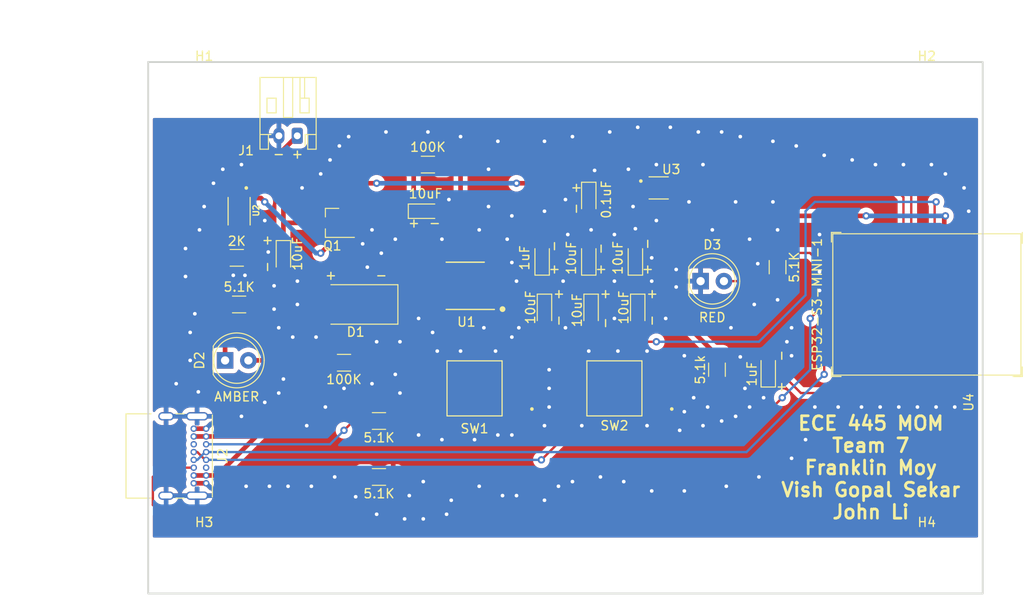
<source format=kicad_pcb>
(kicad_pcb (version 20211014) (generator pcbnew)
  (layers (0 "F.Cu" signal) (31 "B.Cu" signal) (34 "B.Paste" user) (35 "F.Paste" user) (36 "B.SilkS" user "B.Silkscreen") (37 "F.SilkS" user "F.Silkscreen") (38 "B.Mask" user) (39 "F.Mask" user) (44 "Edge.Cuts" user))
  (net 0 "")
  (net 1 "Net-(C1-Pad1)")
  (net 2 "GND")
  (net 3 "+3.3V")
  (net 4 "+BATT")
  (net 5 "/RESET")
  (net 6 "VBUS")
  (net 7 "Net-(D2-Pad1)")
  (net 8 "Net-(D3-Pad2)")
  (net 9 "Net-(J2-PadA5)")
  (net 10 "/USB_D+")
  (net 11 "/USB_D-")
  (net 13 "Net-(J2-PadB5)")
  (net 15 "Net-(R2-Pad2)")
  (net 16 "Net-(R5-Pad1)")
  (net 17 "Net-(R6-Pad1)")
  (net 18 "/GPIO13")
  (net 19 "/BOOT")
  (net 29 "/SCL")
  (net 30 "/SDA")
  (footprint "Resistor_SMD:R_1206_3216Metric_Pad1.30x1.75mm_HandSolder" (layer "F.Cu") (at 91.44 67.31)
    (fp_text reference "R1" hide)
    (fp_text value "100K")
  )
  (footprint "Capacitor_Tantalum_SMD:CP_EIA-2012-12_Kemet-R_Pad1.30x1.05mm_HandSolder" (layer "F.Cu") (at 123.19 55.88 90)
    (fp_text reference "C7" hide)
    (fp_text value "10uF")
  )
  (footprint "SMBF:D_SMBF_Handsoldering" (layer "F.Cu") (at 92.71 60.96 180)
    (fp_text reference "D1")
    (fp_text value "5A/40V/550mV")
  )
  (footprint "Package_TO_SOT_SMD:SOT-23_Handsoldering" (layer "F.Cu") (at 90.17 52.07 180)
    (fp_text reference "Q1")
    (fp_text value "DMP2045U")
  )
  (footprint "Resistor_SMD:R_1206_3216Metric_Pad1.30x1.75mm_HandSolder" (layer "F.Cu") (at 100.584 45.72)
    (fp_text reference "R2" hide)
    (fp_text value "100K")
  )
  (footprint "Resistor_SMD:R_1206_3216Metric_Pad1.30x1.75mm_HandSolder" (layer "F.Cu") (at 95.25 79.756)
    (fp_text reference "R4" hide)
    (fp_text value "5.1K")
  )
  (footprint "Resistor_SMD:R_1206_3216Metric_Pad1.30x1.75mm_HandSolder" (layer "F.Cu") (at 95.25 73.66)
    (fp_text reference "R3" hide)
    (fp_text value "5.1K")
  )
  (footprint "MAX17048G+T10:SON50P200X200X80-9N" (layer "F.Cu") (at 125.73 48.26)
    (fp_text reference "U3")
    (fp_text value "MAX17048G+T10")
  )
  (footprint "ESP32:ESP32-S3-MINI-1" (layer "F.Cu") (at 152.4 60.96 -90)
    (fp_text reference "U4")
    (fp_text value "ESP32-S3-MINI-1")
  )
  (footprint "Capacitor_Tantalum_SMD:CP_EIA-2012-12_Kemet-R_Pad1.30x1.05mm_HandSolder" (layer "F.Cu") (at 118.364 61.722 -90)
    (fp_text reference "C3" hide)
    (fp_text value "10uF")
  )
  (footprint "Resistor_SMD:R_1206_3216Metric_Pad1.30x1.75mm_HandSolder" (layer "F.Cu") (at 138.684 56.896 90)
    (fp_text reference "R7" hide)
    (fp_text value "5.1K")
  )
  (footprint "Connector_JST:JST_PH_S2B-PH-K_1x02_P2.00mm_Horizontal" (layer "F.Cu") (at 86.344 42.582 180)
    (fp_text reference "J1")
    (fp_text value "JST-PH")
  )
  (footprint "MountingHole:MountingHole_3.2mm_M3" (layer "F.Cu") (at 76.2 88.9)
    (fp_text reference "H3")
    (fp_text value "MountingHole")
  )
  (footprint "Resistor_SMD:R_1206_3216Metric_Pad1.30x1.75mm_HandSolder" (layer "F.Cu") (at 80.01 60.96)
    (fp_text reference "R5" hide)
    (fp_text value "5.1K")
  )
  (footprint "Connector_USB:USB_C_Receptacle_GCT_USB4085" (layer "F.Cu") (at 76.415 74.495 -90)
    (fp_text reference "J2")
    (fp_text value "USB_C_Receptacle_USB2.0")
  )
  (footprint "Push_Button:SW_TS04-66-65-BK-160-SMT" (layer "F.Cu") (at 120.904 70.104 180)
    (fp_text reference "SW2")
    (fp_text value "SW_Push")
  )
  (footprint "Capacitor_Tantalum_SMD:CP_EIA-2012-12_Kemet-R_Pad1.30x1.05mm_HandSolder" (layer "F.Cu") (at 113.03 55.88 90)
    (fp_text reference "C8" hide)
    (fp_text value "1uF")
  )
  (footprint "AP2112M:Diodes_SO-8" (layer "F.Cu") (at 104.648 58.928 180)
    (fp_text reference "U1")
    (fp_text value "AP2112M-3.3")
  )
  (footprint "MountingHole:MountingHole_3.2mm_M3" (layer "F.Cu") (at 154.94 38.1)
    (fp_text reference "H2")
    (fp_text value "MountingHole")
  )
  (footprint "Capacitor_Tantalum_SMD:CP_EIA-2012-12_Kemet-R_Pad1.30x1.05mm_HandSolder" (layer "F.Cu") (at 118.11 55.88 90)
    (fp_text reference "C6" hide)
    (fp_text value "10uF")
  )
  (footprint "MCP73831-MC:SON50P200X300X100-9N" (layer "F.Cu") (at 80.01 50.8 -90)
    (fp_text reference "U2")
    (fp_text value "MCP73831")
  )
  (footprint "Resistor_SMD:R_1206_3216Metric_Pad1.30x1.75mm_HandSolder" (layer "F.Cu") (at 79.756 55.88 180)
    (fp_text reference "R6" hide)
    (fp_text value "2K")
  )
  (footprint "MountingHole:MountingHole_3.2mm_M3" (layer "F.Cu") (at 76.2 38.1)
    (fp_text reference "H1")
    (fp_text value "MountingHole")
  )
  (footprint "Resistor_SMD:R_1206_3216Metric_Pad1.30x1.75mm_HandSolder" (layer "F.Cu") (at 132.08 68.072 -90)
    (fp_text reference "R8" hide)
    (fp_text value "5.1k")
  )
  (footprint "Capacitor_Tantalum_SMD:CP_EIA-2012-12_Kemet-R_Pad1.30x1.05mm_HandSolder" (layer "F.Cu") (at 84.836 55.88 -90)
    (fp_text reference "C10" hide)
    (fp_text value "10uF")
  )
  (footprint "MountingHole:MountingHole_3.2mm_M3" (layer "F.Cu") (at 154.94 88.9)
    (fp_text reference "H4")
    (fp_text value "MountingHole")
  )
  (footprint "Push_Button:SW_TS04-66-65-BK-160-SMT" (layer "F.Cu") (at 105.664 70.104 180)
    (fp_text reference "SW1")
    (fp_text value "SW_Push")
  )
  (footprint "Capacitor_Tantalum_SMD:CP_EIA-2012-12_Kemet-R_Pad1.30x1.05mm_HandSolder" (layer "F.Cu") (at 137.668 68.072 90)
    (fp_text reference "C9" hide)
    (fp_text value "1uF")
  )
  (footprint "LED_THT:LED_D5.0mm" (layer "F.Cu") (at 78.481 67.056)
    (fp_text reference "D2")
    (fp_text value "AMBER")
  )
  (footprint "Capacitor_Tantalum_SMD:CP_EIA-2012-12_Kemet-R_Pad1.30x1.05mm_HandSolder" (layer "F.Cu") (at 100.33 50.8)
    (fp_text reference "C1" hide)
    (fp_text value "10uF")
  )
  (footprint "Capacitor_Tantalum_SMD:CP_EIA-2012-12_Kemet-R_Pad1.30x1.05mm_HandSolder" (layer "F.Cu") (at 113.284 61.722 -90)
    (fp_text reference "C4" hide)
    (fp_text value "10uF")
  )
  (footprint "LED_THT:LED_D5.0mm" (layer "F.Cu") (at 130.297 58.42)
    (fp_text reference "D3")
    (fp_text value "RED")
  )
  (footprint "Capacitor_Tantalum_SMD:CP_EIA-2012-12_Kemet-R_Pad1.30x1.05mm_HandSolder" (layer "F.Cu") (at 118.11 49.53 -90)
    (fp_text reference "C5" hide)
    (fp_text value "0.1uF")
  )
  (footprint "Capacitor_Tantalum_SMD:CP_EIA-2012-12_Kemet-R_Pad1.30x1.05mm_HandSolder" (layer "F.Cu") (at 123.444 61.722 -90)
    (fp_text reference "C2" hide)
    (fp_text value "10uF")
  )
  (gr_rect (start 70.104 34.544) (end 161.036 92.456) (layer "Edge.Cuts") (width 0.2) (fill none))
  (gr_text "ECE 445 MOM\nTeam 7\nFranklin Moy\nVish Gopal Sekar\nJohn Li" (at 148.844 78.74) (layer "F.SilkS") (effects (font (size 1.5 1.5) (thickness 0.3))))
  (segment (start 99.035 51.12) (end 99.355 50.8) (width 0.508) (layer "F.Cu") (net 1))
  (segment (start 95.41 60.96) (end 99.568 60.96) (width 0.508) (layer "F.Cu") (net 1))
  (segment (start 99.568 51.013) (end 99.568 60.96) (width 0.508) (layer "F.Cu") (net 1))
  (segment (start 91.67 51.12) (end 99.035 51.12) (width 0.508) (layer "F.Cu") (net 1))
  (segment (start 99.034 50.479) (end 99.355 50.8) (width 0.508) (layer "F.Cu") (net 1))
  (segment (start 99.034 45.72) (end 99.034 50.479) (width 0.508) (layer "F.Cu") (net 1))
  (segment (start 99.568 60.96) (end 102.0235 60.96) (width 0.508) (layer "F.Cu") (net 1))
  (segment (start 125.234 49.01) (end 125.73 48.514) (width 0.254) (layer "F.Cu") (net 2))
  (segment (start 125.217703 47.51) (end 124.745 47.51) (width 0.254) (layer "F.Cu") (net 2))
  (segment (start 124.745 47.51) (end 124.745 46.451) (width 0.254) (layer "F.Cu") (net 2))
  (segment (start 124.745 46.451) (end 125.476 45.72) (width 0.254) (layer "F.Cu") (net 2))
  (segment (start 75.065 74.495) (end 76.415 74.495) (width 0.508) (layer "F.Cu") (net 2))
  (segment (start 125.73 48.022297) (end 125.217703 47.51) (width 0.254) (layer "F.Cu") (net 2))
  (segment (start 79.76 52.235) (end 79.76 51.05) (width 0.254) (layer "F.Cu") (net 2))
  (segment (start 124.745 49.01) (end 125.234 49.01) (width 0.254) (layer "F.Cu") (net 2))
  (segment (start 75.065 80.445) (end 76.415 80.445) (width 0.508) (layer "F.Cu") (net 2))
  (segment (start 126.715 48.51) (end 125.98 48.51) (width 0.254) (layer "F.Cu") (net 2))
  (via (at 116.332 42.672) (size 0.8) (drill 0.4) (layers "F.Cu" "B.Cu") (net 2))
  (via (at 91.948 42.672) (size 0.8) (drill 0.4) (layers "F.Cu" "B.Cu") (net 2))
  (via (at 138.176 43.18) (size 0.8) (drill 0.4) (layers "F.Cu" "B.Cu") (net 2))
  (via (at 149.352 45.72) (size 0.8) (drill 0.4) (layers "F.Cu" "B.Cu") (net 2))
  (via (at 102.616 83.82) (size 0.8) (drill 0.4) (layers "F.Cu" "B.Cu") (net 2))
  (via (at 75.565 70.485) (size 0.8) (drill 0.4) (layers "F.Cu" "B.Cu") (net 2))
  (via (at 133.096 80.772) (size 0.8) (drill 0.4) (layers "F.Cu" "B.Cu") (net 2))
  (via (at 136.525 56.515) (size 0.8) (drill 0.4) (layers "F.Cu" "B.Cu") (net 2))
  (via (at 136.652 79.756) (size 0.8) (drill 0.4) (layers "F.Cu" "B.Cu") (net 2))
  (via (at 87.376 74.168) (size 0.8) (drill 0.4) (layers "F.Cu" "B.Cu") (net 2))
  (via (at 85.344 80.772) (size 0.8) (drill 0.4) (layers "F.Cu" "B.Cu") (net 2))
  (via (at 118.745 46.355) (size 0.8) (drill 0.4) (layers "F.Cu" "B.Cu") (net 2))
  (via (at 100.584 42.164) (size 0.8) (drill 0.4) (layers "F.Cu" "B.Cu") (net 2))
  (via (at 87.884 80.772) (size 0.8) (drill 0.4) (layers "F.Cu" "B.Cu") (net 2))
  (via (at 109.22 53.848) (size 0.8) (drill 0.4) (layers "F.Cu" "B.Cu") (net 2))
  (via (at 125.476 51.816) (size 0.8) (drill 0.4) (layers "F.Cu" "B.Cu") (net 2))
  (via (at 95.504 55.372) (size 0.8) (drill 0.4) (layers "F.Cu" "B.Cu") (net 2))
  (via (at 157.988 72.136) (size 0.8) (drill 0.4) (layers "F.Cu" "B.Cu") (net 2))
  (via (at 135.128 70.104) (size 0.8) (drill 0.4) (layers "F.Cu" "B.Cu") (net 2))
  (via (at 104.14 66.04) (size 0.8) (drill 0.4) (layers "F.Cu" "B.Cu") (net 2))
  (via (at 110.236 58.42) (size 0.8) (drill 0.4) (layers "F.Cu" "B.Cu") (net 2))
  (via (at 115.316 58.42) (size 0.8) (drill 0.4) (layers "F.Cu" "B.Cu") (net 2))
  (via (at 134.112 73.152) (size 0.8) (drill 0.4) (layers "F.Cu" "B.Cu") (net 2))
  (via (at 80.772 80.772) (size 0.8) (drill 0.4) (layers "F.Cu" "B.Cu") (net 2))
  (via (at 108.712 81.788) (size 0.8) (drill 0.4) (layers "F.Cu" "B.Cu") (net 2))
  (via (at 124.968 58.42) (size 0.8) (drill 0.4) (layers "F.Cu" "B.Cu") (net 2))
  (via (at 97.028 53.848) (size 0.8) (drill 0.4) (layers "F.Cu" "B.Cu") (net 2))
  (via (at 89.408 72.136) (size 0.8) (drill 0.4) (layers "F.Cu" "B.Cu") (net 2))
  (via (at 152.4 45.72) (size 0.8) (drill 0.4) (layers "F.Cu" "B.Cu") (net 2))
  (via (at 133.604 63.5) (size 0.8) (drill 0.4) (layers "F.Cu" "B.Cu") (net 2))
  (via (at 145.288 72.136) (size 0.8) (drill 0.4) (layers "F.Cu" "B.Cu") (net 2))
  (via (at 159.004 48.26) (size 0.8) (drill 0.4) (layers "F.Cu" "B.Cu") (net 2))
  (via (at 140.208 63.5) (size 0.8) (drill 0.4) (layers "F.Cu" "B.Cu") (net 2))
  (via (at 137.16 71.12) (size 0.8) (drill 0.4) (layers "F.Cu" "B.Cu") (net 2))
  (via (at 149.86 72.136) (size 0.8) (drill 0.4) (layers "F.Cu" "B.Cu") (net 2))
  (via (at 115.57 63.5) (size 0.8) (drill 0.4) (layers "F.Cu" "B.Cu") (net 2))
  (via (at 102.87 49.53) (size 0.8) (drill 0.4) (layers "F.Cu" "B.Cu") (net 2))
  (via (at 140.208 77.724) (size 0.8) (drill 0.4) (layers "F.Cu" "B.Cu") (net 2))
  (via (at 74.676 64.008) (size 0.8) (drill 0.4) (layers "F.Cu" "B.Cu") (net 2))
  (via (at 94.996 83.82) (size 0.8) (drill 0.4) (layers "F.Cu" "B.Cu") (net 2))
  (via (at 135.636 72.136) (size 0.8) (drill 0.4) (layers "F.Cu" "B.Cu") (net 2))
  (via (at 102.108 75.692) (size 0.8) (drill 0.4) (layers "F.Cu" "B.Cu") (net 2))
  (via (at 83.185 55.245) (size 0.8) (drill 0.4) (layers "F.Cu" "B.Cu") (net 2))
  (via (at 98.044 84.328) (size 0.8) (drill 0.4) (layers "F.Cu" "B.Cu") (net 2))
  (via (at 74.168 54.864) (size 0.8) (drill 0.4) (layers "F.Cu" "B.Cu") (net 2))
  (via (at 124.968 55.88) (size 0.8) (drill 0.4) (layers "F.Cu" "B.Cu") (net 2))
  (via (at 86.868 48.26) (size 0.8) (drill 0.4) (layers "F.Cu" "B.Cu") (net 2))
  (via (at 106.172 80.772) (size 0.8) (drill 0.4) (layers "F.Cu" "B.Cu") (net 2))
  (via (at 97.536 65.024) (size 0.8) (drill 0.4) (layers "F.Cu" "B.Cu") (net 2))
  (via (at 109.728 75.184) (size 0.8) (drill 0.4) (layers "F.Cu" "B.Cu") (net 2))
  (via (at 74.168 57.912) (size 0.8) (drill 0.4) (layers "F.Cu" "B.Cu") (net 2))
  (via (at 131.064 72.136) (size 0.8) (drill 0.4) (layers "F.Cu" "B.Cu") (net 2))
  (via (at 86.36 60.96) (size 0.8) (drill 0.4) (layers "F.Cu" "B.Cu") (net 2))
  (via (at 101.092 64.008) (size 0.8) (drill 0.4) (layers "F.Cu" "B.Cu") (net 2))
  (via (at 129.032 49.784) (size 0.8) (drill 0.4) (layers "F.Cu" "B.Cu") (net 2))
  (via (at 85.852 64.516) (size 0.8) (drill 0.4) (layers "F.Cu" "B.Cu") (net 2))
  (via (at 124.46 74.168) (size 0.8) (drill 0.4) (layers "F.Cu" "B.Cu") (net 2))
  (via (at 79.375 57.785) (size 0.8) (drill 0.4) (layers "F.Cu" "B.Cu") (net 2))
  (via (at 83.82 61.468) (size 0.8) (drill 0.4) (layers "F.Cu" "B.Cu") (net 2))
  (via (at 121.92 80.264) (size 0.8) (drill 0.4) (layers "F.Cu" "B.Cu") (net 2))
  (via (at 75.184 61.976) (size 0.8) (drill 0.4) (layers "F.Cu" "B.Cu") (net 2))
  (via (at 125.476 45.72) (size 0.8) (drill 0.4) (layers "F.Cu" "B.Cu") (net 2))
  (via (at 130.048 42.164) (size 0.8) (drill 0.4) (layers "F.Cu" "B.Cu") (net 2))
  (via (at 113.284 82.296) (size 0.8) (drill 0.4) (layers "F.Cu" "B.Cu") (net 2))
  (via (at 120.904 62.484) (size 0.8) (drill 0.4) (layers "F.Cu" "B.Cu") (net 2))
  (via (at 118.364 52.832) (size 0.8) (drill 0.4) (layers "F.Cu" "B.Cu") (net 2))
  (via (at 94.488 69.596) (size 0.8) (drill 0.4) (layers "F.Cu" "B.Cu") (net 2))
  (via (at 99.568 75.184) (size 0.8) (drill 0.4) (layers "F.Cu" "B.Cu") (net 2))
  (via (at 113.792 70.104) (size 0.8) (drill 0.4) (layers "F.Cu" "B.Cu") (net 2))
  (via (at 138.684 60.452) (size 0.8) (drill 0.4) (layers "F.Cu" "B.Cu") (net 2))
  (via (at 113.792 72.136) (size 0.8) (drill 0.4) (layers "F.Cu" "B.Cu") (net 2))
  (via (at 83.312 80.772) (size 0.8) (drill 0.4) (layers "F.Cu" "B.Cu") (net 2))
  (via (at 115.57 49.53) (size 0.8) (drill 0.4) (layers "F.Cu" "B.Cu") (net 2))
  (via (at 143.256 53.34) (size 0.8) (drill 0.4) (layers "F.Cu" "B.Cu") (net 2))
  (via (at 109.728 64.516) (size 0.8) (drill 0.4) (layers "F.Cu" "B.Cu") (net 2))
  (via (at 155.448 45.72) (size 0.8) (drill 0.4) (layers "F.Cu" "B.Cu") (net 2))
  (via (at 99.568 62.484) (size 0.8) (drill 0.4) (layers "F.Cu" "B.Cu") (net 2))
  (via (at 127.635 59.055) (size 0.8) (drill 0.4) (layers "F.Cu" "B.Cu") (net 2))
  (via (at 127.635 57.15) (size 0.8) (drill 0.4) (layers "F.Cu" "B.Cu") (net 2))
  (via (at 136.144 60.96) (size 0.8) (drill 0.4) (layers "F.Cu" "B.Cu") (net 2))
  (via (at 104.14 42.672) (size 0.8) (drill 0.4) (layers "F.Cu" "B.Cu") (net 2))
  (via (at 106.172 52.832) (size 0.8) (drill 0.4) (layers "F.Cu" "B.Cu") (net 2))
  (via (at 138.684 52.832) (size 0.8) (drill 0.4) (layers "F.Cu" "B.Cu") (net 2))
  (via (at 143.764 44.704) (size 0.8) (drill 0.4) (layers "F.Cu" "B.Cu") (net 2))
  (via (at 80.264 73.152) (size 0.8) (drill 0.4) (layers "F.Cu" "B.Cu") (net 2))
  (via (at 90.424 79.756) (size 0.8) (drill 0.4) (layers "F.Cu" "B.Cu") (net 2))
  (via (at 128.524 72.644) (size 0.8) (drill 0.4) (layers "F.Cu" "B.Cu") (net 2))
  (via (at 86.36 58.42) (size 0.8) (drill 0.4) (layers "F.Cu" "B.Cu") (net 2))
  (via (at 119.38 79.756) (size 0.8) (drill 0.4) (layers "F.Cu" "B.Cu") (net 2))
  (via (at 108.204 75.184) (size 0.8) (drill 0.4) (layers "F.Cu" "B.Cu") (net 2))
  (via (at 109.728 56.388) (size 0.8) (drill 0.4) (layers "F.Cu" "B.Cu") (net 2))
  (via (at 156.972 46.736) (size 0.8) (drill 0.4) (layers "F.Cu" "B.Cu") (net 2))
  (via (at 127 41.656) (size 0.8) (drill 0.4) (layers "F.Cu" "B.Cu") (net 2))
  (via (at 97.028 68.58) (size 0.8) (drill 0.4) (layers "F.Cu" "B.Cu") (net 2))
  (via (at 75.692 52.832) (size 0.8) (drill 0.4) (layers "F.Cu" "B.Cu") (net 2))
  (via (at 92.71 81.915) (size 0.8) (drill 0.4) (layers "F.Cu" "B.Cu") (net 2))
  (via (at 134.112 49.784) (size 0.8) (drill 0.4) (layers "F.Cu" "B.Cu") (net 2))
  (via (at 113.284 43.18) (size 0.8) (drill 0.4) (layers "F.Cu" "B.Cu") (net 2))
  (via (at 84.328 70.612) (size 0.8) (drill 0.4) (layers "F.Cu" "B.Cu") (net 2))
  (via (at 124.968 81.28) (size 0.8) (drill 0.4) (layers "F.Cu" "B.Cu") (net 2))
  (via (at 88.9 46.736) (size 0.8) (drill 0.4) (layers "F.Cu" "B.Cu") (net 2))
  (via (at 134.62 66.675) (size 0.8) (drill 0.4) (layers "F.Cu" "B.Cu") (net 2))
  (via (at 120.396 42.164) (size 0.8) (drill 0.4) (layers "F.Cu" "B.Cu") (net 2))
  (via (at 82.804 51.816) (size 0.8) (drill 0.4) (layers "F.Cu" "B.Cu") (net 2))
  (via (at 110.236 81.788) (size 0.8) (drill 0.4) (layers "F.Cu" "B.Cu") (net 2))
  (via (at 117.348 74.168) (size 0.8) (drill 0.4) (layers "F.Cu" "B.Cu") (net 2))
  (via (at 126.492 62.484) (size 0.8) (drill 0.4) (layers "F.Cu" "B.Cu") (net 2))
  (via (at 100.076 80.264) (size 0.8) (drill 0.4) (layers "F.Cu" "B.Cu") (net 2))
  (via (at 107.188 46.228) (size 0.8) (drill 0.4) (layers "F.Cu" "B.Cu") (net 2))
  (via (at 84.328 63.5) (size 0.8) (drill 0.4) (layers "F.Cu" "B.Cu") (net 2))
  (via (at 140.716 43.688) (size 0.8) (drill 0.4) (layers "F.Cu" "B.Cu") (net 2))
  (via (at 76.2 50.292) (size 0.8) (drill 0.4) (layers "F.Cu" "B.Cu") (net 2))
  (via (at 80.264 45.72) (size 0.8) (drill 0.4) (layers "F.Cu" "B.Cu") (net 2))
  (via (at 139.7 65.024) (size 0.8) (drill 0.4) (layers "F.Cu" "B.Cu") (net 2))
  (via (at 93.472 54.356) (size 0.8) (drill 0.4) (layers "F.Cu" "B.Cu") (net 2))
  (via (at 115.824 53.34) (size 0.8) (drill 0.4) (layers "F.Cu" "B.Cu") (net 2))
  (via (at 78.232 46.228) (size 0.8) (drill 0.4) (layers "F.Cu" "B.Cu") (net 2))
  (via (at 107.188 50.292) (size 0.8) (drill 0.4) (layers "F.Cu" "B.Cu") (net 2))
  (via (at 113.792 68.072) (size 0.8) (drill 0.4) (layers "F.Cu" "B.Cu") (net 2))
  (via (at 124.46 66.04) (size 0.8) (drill 0.4) (layers "F.Cu" "B.Cu") (net 2))
  (via (at 120.904 53.34) (size 0.8) (drill 0.4) (layers "F.Cu" "B.Cu") (net 2))
  (via (at 89.916 45.212) (size 0.8) (drill 0.4) (layers "F.Cu" "B.Cu") (net 2))
  (via (at 96.012 42.164) (size 0.8) (drill 0.4) (layers "F.Cu" "B.Cu") (net 2))
  (via (at 83.82 58.928) (size 0.8) (drill 0.4) (layers "F.Cu" "B.Cu") (net 2))
  (via (at 113.284 50.8) (size 0.8) (drill 0.4) (layers "F.Cu" "B.Cu") (net 2))
  (via (at 130.556 74.168) (size 0.8) (drill 0.4) (layers "F.Cu" "B.Cu") (net 2))
  (via (at 91.44 70.104) (size 0.8) (drill 0.4) (layers "F.Cu" "B.Cu") (net 2))
  (via (at 151.892 72.136) (size 0.8) (drill 0.4) (layers "F.Cu" "B.Cu") (net 2))
  (via (at 143.256 57.404) (size 0.8) (drill 0.4) (layers "F.Cu" "B.Cu") (net 2))
  (via (at 74.676 67.056) (size 0.8) (drill 0.4) (layers "F.Cu" "B.Cu") (net 2))
  (via (at 140.208 66.548) (size 0.8) (drill 0.4) (layers "F.Cu" "B.Cu") (net 2))
  (via (at 147.828 72.136) (size 0.8) (drill 0.4) (layers "F.Cu" "B.Cu") (net 2))
  (via (at 100.076 84.328) (size 0.8) (drill 0.4) (layers "F.Cu" "B.Cu") (net 2))
  (via (at 129.54 71.12) (size 0.8) (drill 0.4) (layers "F.Cu" "B.Cu") (net 2))
  (via (at 131.572 52.832) (size 0.8) (drill 0.4) (layers "F.Cu" "B.Cu") (net 2))
  (via (at 121.285 66.04) (size 0.8) (drill 0.4) (layers "F.Cu" "B.Cu") (net 2))
  (via (at 155.956 72.136) (size 0.8) (drill 0.4) (layers "F.Cu" "B.Cu") (net 2))
  (via (at 135.636 53.848) (size 0.8) (drill 0.4) (layers "F.Cu" "B.Cu") (net 2))
  (via (at 97.536 70.612) (size 0.8) (drill 0.4) (layers "F.Cu" "B.Cu") (net 2))
  (via (at 132.588 42.164) (size 0.8) (drill 0.4) (layers "F.Cu" "B.Cu") (net 2))
  (via (at 128.016 74.676) (size 0.8) (drill 0.4) (layers "F.Cu" "B.Cu") (net 2))
  (via (at 123.444 41.656) (size 0.8) (drill 0.4) (layers "F.Cu" "B.Cu") (net 2))
  (via (at 109.728 51.308) (size 0.8) (drill 0.4) (layers "F.Cu" "B.Cu") (net 2))
  (via (at 128.524 66.548) (size 0.8) (drill 0.4) (layers "F.Cu" "B.Cu") (net 2))
  (via (at 116.332 80.264) (size 0.8) (drill 0.4) (layers "F.Cu" "B.Cu") (net 2))
  (via (at 77.216 47.752) (size 0.8) (drill 0.4) (layers "F.Cu" "B.Cu") (net 2))
  (via (at 130.556 45.72) (size 0.8) (drill 0.4) (layers "F.Cu" "B.Cu") (net 2))
  (via (at 134.62 42.672) (size 0.8) (drill 0.4) (layers "F.Cu" "B.Cu") (net 2))
  (via (at 98.552 81.788) (size 0.8) (drill 0.4) (layers "F.Cu" "B.Cu") (net 2))
  (via (at 114.808 80.772) (size 0.8) (drill 0.4) (layers "F.Cu" "B.Cu") (net 2))
  (via (at 94.488 52.832) (size 0.8) (drill 0.4) (layers "F.Cu" "B.Cu") (net 2))
  (via (at 122.428 46.228) (size 0.8) (drill 0.4) (layers "F.Cu" "B.Cu") (net 2))
  (via (at 82.804 71.628) (size 0.8) (drill 0.4) (layers "F.Cu" "B.Cu") (net 2))
  (via (at 94.996 65.024) (size 0.8) (drill 0.4) (layers "F.Cu" "B.Cu") (net 2))
  (via (at 132.588 73.66) (size 0.8) (drill 0.4) (layers "F.Cu" "B.Cu") (net 2))
  (via (at 141.732 75.692) (size 0.8) (drill 0.4) (layers "F.Cu" "B.Cu") (net 2))
  (via (at 138.176 49.784) (size 0.8) (drill 0.4) (layers "F.Cu" "B.Cu") (net 2))
  (via (at 113.284 74.168) (size 0.8) (drill 0.4) (layers "F.Cu" "B.Cu") (net 2))
  (via (at 73.152 69.596) (size 0.8) (drill 0.4) (layers "F.Cu" "B.Cu") (net 2))
  (via (at 84.836 69.088) (size 0.8) (drill 0.4) (layers "F.Cu" "B.Cu") (net 2))
  (via (at 128.524 81.28) (size 0.8) (drill 0.4) (layers "F.Cu" "B.Cu") (net 2))
  (via (at 107.95 66.04) (size 0.8) (drill 0.4) (layers "F.Cu" "B.Cu") (net 2))
  (via (at 146.812 45.212) (size 0.8) (drill 0.4) (layers "F.Cu" "B.Cu") (net 2))
  (via (at 108.204 43.18) (size 0.8) (drill 0.4) (layers "F.Cu" "B.Cu") (net 2))
  (via (at 101.6 66.04) (size 0.8) (drill 0.4) (layers "F.Cu" "B.Cu") (net 2))
  (via (at 159.512 50.8) (size 0.8) (drill 0.4) (layers "F.Cu" "B.Cu") (net 2))
  (via (at 103.124 82.296) (size 0.8) (drill 0.4) (layers "F.Cu" "B.Cu") (net 2))
  (via (at 122.936 50.292) (size 0.8) (drill 0.4) (layers "F.Cu" "B.Cu") (net 2))
  (via (at 153.924 72.136) (size 0.8) (drill 0.4) (layers "F.Cu" "B.Cu") (net 2))
  (via (at 102.108 53.848) (size 0.8) (drill 0.4) (layers "F.Cu" "B.Cu") (net 2))
  (via (at 93.98 56.896) (size 0.8) (drill 0.4) (layers "F.Cu" "B.Cu") (net 2))
  (via (at 105.664 75.692) (size 0.8) (drill 0.4) (layers "F.Cu" "B.Cu") (net 2))
  (via (at 90.932 43.688) (size 0.8) (drill 0.4) (layers "F.Cu" "B.Cu") (net 2))
  (via (at 120.904 58.42) (size 0.8) (drill 0.4) (layers "F.Cu" "B.Cu") (net 2))
  (via (at 80.645 57.785) (size 0.8) (drill 0.4) (layers "F.Cu" "B.Cu") (net 2))
  (via (at 106.68 63.5) (size 0.8) (drill 0.4) (layers "F.Cu" "B.Cu") (net 2))
  (via (at 142.748 72.136) (size 0.8) (drill 0.4) (layers "F.Cu" "B.Cu") (net 2))
  (via (at 88.392 64.516) (size 0.8) (drill 0.4) (layers "F.Cu" "B.Cu") (net 2))
  (via (at 143.256 59.436) (size 0.8) (drill 0.4) (layers "F.Cu" "B.Cu") (net 2))
  (via (at 110.49 63.5) (size 0.8) (drill 0.4) (layers "F.Cu" "B.Cu") (net 2))
  (via (at 118.11 66.04) (size 0.8) (drill 0.4) (layers "F.Cu" "B.Cu") (net 2))
  (via (at 123.19 52.705) (size 0.8) (drill 0.4) (layers "F.Cu" "B.Cu") (net 2))
  (segment (start 123.444 60.747) (end 123.444 57.109) (width 0.508) (layer "F.Cu") (net 3))
  (segment (start 126.305 55.051) (end 130.048 51.308) (width 0.508) (layer "F.Cu") (net 3))
  (segment (start 107.1455 60.833) (end 113.198 60.833) (width 0.508) (layer "F.Cu") (net 3))
  (segment (start 113.284 60.747) (end 113.284 57.109) (width 0.508) (layer "F.Cu") (net 3))
  (segment (start 123.444 60.747) (end 118.364 60.747) (width 0.508) (layer "F.Cu") (net 3))
  (segment (start 123.444 60.747) (end 126.305 60.747) (width 0.508) (layer "F.Cu") (net 3))
  (segment (start 126.305 60.747) (end 132.08 66.522) (width 0.508) (layer "F.Cu") (net 3))
  (segment (start 156.846 51.434) (end 156.846 53.848) (width 0.508) (layer "F.Cu") (net 3))
  (segment (start 156.972 51.308) (end 156.846 51.434) (width 0.508) (layer "F.Cu") (net 3))
  (segment (start 130.048 51.308) (end 148.336 51.308) (width 0.508) (layer "F.Cu") (net 3))
  (segment (start 118.364 60.747) (end 118.364 57.109) (width 0.508) (layer "F.Cu") (net 3))
  (segment (start 113.284 60.747) (end 118.364 60.747) (width 0.508) (layer "F.Cu") (net 3))
  (segment (start 126.305 60.747) (end 126.305 55.051) (width 0.508) (layer "F.Cu") (net 3))
  (via (at 156.972 51.308) (size 0.8) (drill 0.4) (layers "F.Cu" "B.Cu") (net 3))
  (via (at 148.336 51.308) (size 0.8) (drill 0.4) (layers "F.Cu" "B.Cu") (net 3))
  (segment (start 148.336 51.308) (end 156.972 51.308) (width 0.508) (layer "B.Cu") (net 3))
  (segment (start 79.26 49.365) (end 79.676 49.365) (width 0.508) (layer "F.Cu") (net 4))
  (segment (start 117.307 47.752) (end 118.11 48.555) (width 0.508) (layer "F.Cu") (net 4))
  (segment (start 84.836 51.816) (end 84.836 54.905) (width 0.508) (layer "F.Cu") (net 4))
  (segment (start 85.09 52.07) (end 84.836 51.816) (width 0.508) (layer "F.Cu") (net 4))
  (segment (start 88.67 50.014) (end 90.932 47.752) (width 0.508) (layer "F.Cu") (net 4))
  (segment (start 110.236 47.752) (end 117.307 47.752) (width 0.508) (layer "F.Cu") (net 4))
  (segment (start 118.655 48.01) (end 118.11 48.555) (width 0.254) (layer "F.Cu") (net 4))
  (segment (start 124.745 48.01) (end 118.655 48.01) (width 0.254) (layer "F.Cu") (net 4))
  (segment (start 88.67 52.07) (end 88.67 50.014) (width 0.508) (layer "F.Cu") (net 4))
  (segment (start 79.26 49.177516) (end 82.717516 45.72) (width 0.508) (layer "F.Cu") (net 4))
  (segment (start 84.836 45.72) (end 84.836 51.816) (width 0.508) (layer "F.Cu") (net 4))
  (segment (start 86.344 42.582) (end 84.836 44.09) (width 0.508) (layer "F.Cu") (net 4))
  (segment (start 88.67 52.07) (end 85.09 52.07) (width 0.508) (layer "F.Cu") (net 4))
  (segment (start 84.836 44.09) (end 84.836 45.72) (width 0.508) (layer "F.Cu") (net 4))
  (segment (start 90.932 47.752) (end 94.996 47.752) (width 0.508) (layer "F.Cu") (net 4))
  (segment (start 79.26 49.365) (end 79.26 49.177516) (width 0.508) (layer "F.Cu") (net 4))
  (segment (start 124.745 48.51) (end 124.745 48.01) (width 0.254) (layer "F.Cu") (net 4))
  (segment (start 82.717516 45.72) (end 84.836 45.72) (width 0.508) (layer "F.Cu") (net 4))
  (via (at 94.996 47.752) (size 0.8) (drill 0.4) (layers "F.Cu" "B.Cu") (net 4))
  (via (at 110.236 47.752) (size 0.8) (drill 0.4) (layers "F.Cu" "B.Cu") (net 4))
  (segment (start 94.996 47.752) (end 110.236 47.752) (width 0.508) (layer "B.Cu") (net 4))
  (segment (start 158.35 69.45) (end 158.35 67.96) (width 0.254) (layer "F.Cu") (net 5))
  (segment (start 139.659 69.047) (end 141.224 70.612) (width 0.254) (layer "F.Cu") (net 5))
  (segment (start 137.668 69.047) (end 139.659 69.047) (width 0.254) (layer "F.Cu") (net 5))
  (segment (start 137.668 69.047) (end 132.655 69.047) (width 0.254) (layer "F.Cu") (net 5))
  (segment (start 132.655 69.047) (end 132.08 69.622) (width 0.254) (layer "F.Cu") (net 5))
  (segment (start 130.312 67.854) (end 132.08 69.622) (width 0.254) (layer "F.Cu") (net 5))
  (segment (start 157.48 70.32) (end 157.48 70.612) (width 0.254) (layer "F.Cu") (net 5))
  (segment (start 125.454 67.854) (end 130.312 67.854) (width 0.254) (layer "F.Cu") (net 5))
  (segment (start 141.224 70.612) (end 157.48 70.612) (width 0.254) (layer "F.Cu") (net 5))
  (segment (start 158.35 69.45) (end 157.48 70.32) (width 0.254) (layer "F.Cu") (net 5))
  (segment (start 82.804 49.784) (end 82.385 49.365) (width 0.508) (layer "F.Cu") (net 6))
  (segment (start 76.415 79.595) (end 77.605 79.595) (width 0.508) (layer "F.Cu") (net 6))
  (segment (start 77.605 79.595) (end 81.855 75.345) (width 0.508) (layer "F.Cu") (net 6))
  (segment (start 76.415 75.345) (end 81.855 75.345) (width 0.508) (layer "F.Cu") (net 6))
  (segment (start 76.415 79.595) (end 75.065 79.595) (width 0.508) (layer "F.Cu") (net 6))
  (segment (start 81.855 75.345) (end 89.89 67.31) (width 0.508) (layer "F.Cu") (net 6))
  (segment (start 91.252 53.02) (end 88.9 55.372) (width 0.508) (layer "F.Cu") (net 6))
  (segment (start 89.636 67.056) (end 81.021 67.056) (width 0.508) (layer "F.Cu") (net 6))
  (segment (start 75.065 75.345) (end 76.415 75.345) (width 0.508) (layer "F.Cu") (net 6))
  (segment (start 91.67 53.02) (end 91.67 59.3) (width 0.508) (layer "F.Cu") (net 6))
  (segment (start 80.76 49.365) (end 80.384 49.365) (width 0.508) (layer "F.Cu") (net 6))
  (segment (start 91.67 59.3) (end 90.01 60.96) (width 0.508) (layer "F.Cu") (net 6))
  (segment (start 90.01 60.96) (end 90.01 67.19) (width 0.508) (layer "F.Cu") (net 6))
  (segment (start 82.385 49.365) (end 80.76 49.365) (width 0.508) (layer "F.Cu") (net 6))
  (via (at 88.9 55.372) (size 0.8) (drill 0.4) (layers "F.Cu" "B.Cu") (net 6))
  (via (at 82.804 49.784) (size 0.8) (drill 0.4) (layers "F.Cu" "B.Cu") (net 6))
  (segment (start 88.9 55.372) (end 88.392 55.372) (width 0.508) (layer "B.Cu") (net 6))
  (segment (start 88.392 55.372) (end 82.804 49.784) (width 0.508) (layer "B.Cu") (net 6))
  (segment (start 78.481 64.039) (end 81.56 60.96) (width 0.508) (layer "F.Cu") (net 7))
  (segment (start 78.481 67.056) (end 78.481 64.039) (width 0.508) (layer "F.Cu") (net 7))
  (segment (start 132.837 58.42) (end 138.658 58.42) (width 0.254) (layer "F.Cu") (net 8))
  (segment (start 93.7 73.66) (end 92.456 73.66) (width 0.254) (layer "F.Cu") (net 9))
  (segment (start 92.456 73.66) (end 91.44 74.676) (width 0.254) (layer "F.Cu") (net 9))
  (via (at 91.44 74.676) (size 0.8) (drill 0.4) (layers "F.Cu" "B.Cu") (net 9))
  (segment (start 89.921 76.195) (end 76.415 76.195) (width 0.254) (layer "B.Cu") (net 9))
  (segment (start 91.44 74.676) (end 89.921 76.195) (width 0.254) (layer "B.Cu") (net 9))
  (segment (start 143.764 62.484) (end 144.438 61.81) (width 0.254) (layer "F.Cu") (net 10))
  (segment (start 143.764 68.58) (end 143.764 62.484) (width 0.254) (layer "F.Cu") (net 10))
  (segment (start 144.438 61.81) (end 145.4 61.81) (width 0.254) (layer "F.Cu") (net 10))
  (via (at 143.764 68.58) (size 0.8) (drill 0.4) (layers "F.Cu" "B.Cu") (net 10))
  (segment (start 75.457577 77.895) (end 76.307577 77.045) (width 0.254) (layer "B.Cu") (net 10))
  (segment (start 76.415 77.045) (end 135.299 77.045) (width 0.254) (layer "B.Cu") (net 10))
  (segment (start 75.065 77.895) (end 75.457577 77.895) (width 0.254) (layer "B.Cu") (net 10))
  (segment (start 135.299 77.045) (end 143.764 68.58) (width 0.254) (layer "B.Cu") (net 10))
  (segment (start 75.065 77.045) (end 75.457577 77.045) (width 0.254) (layer "F.Cu") (net 11))
  (segment (start 143.764 60.96) (end 145.4 60.96) (width 0.254) (layer "F.Cu") (net 11))
  (segment (start 115.15 75.692) (end 134.62 75.692) (width 0.254) (layer "F.Cu") (net 11))
  (segment (start 75.457577 77.045) (end 76.307577 77.895) (width 0.254) (layer "F.Cu") (net 11))
  (segment (start 112.947 77.895) (end 115.15 75.692) (width 0.254) (layer "F.Cu") (net 11))
  (segment (start 134.62 75.692) (end 139.192 71.12) (width 0.254) (layer "F.Cu") (net 11))
  (segment (start 142.24 62.484) (end 143.764 60.96) (width 0.254) (layer "F.Cu") (net 11))
  (via (at 142.24 62.484) (size 0.8) (drill 0.4) (layers "F.Cu" "B.Cu") (net 11))
  (via (at 112.947 77.895) (size 0.8) (drill 0.4) (layers "F.Cu" "B.Cu") (net 11))
  (via (at 139.192 71.12) (size 0.8) (drill 0.4) (layers "F.Cu" "B.Cu") (net 11))
  (segment (start 142.24 68.072) (end 142.24 62.484) (width 0.254) (layer "B.Cu") (net 11))
  (segment (start 76.415 77.895) (end 112.947 77.895) (width 0.254) (layer "B.Cu") (net 11))
  (segment (start 139.192 71.12) (end 142.24 68.072) (width 0.254) (layer "B.Cu") (net 11))
  (segment (start 89.408 83.312) (end 71.12 83.312) (width 0.254) (layer "F.Cu") (net 13))
  (segment (start 71.623 78.745) (end 75.065 78.745) (width 0.254) (layer "F.Cu") (net 13))
  (segment (start 70.612 82.804) (end 70.612 79.756) (width 0.254) (layer "F.Cu") (net 13))
  (segment (start 71.12 83.312) (end 70.612 82.804) (width 0.254) (layer "F.Cu") (net 13))
  (segment (start 93.7 79.756) (end 92.964 79.756) (width 0.254) (layer "F.Cu") (net 13))
  (segment (start 70.612 79.756) (end 71.623 78.745) (width 0.254) (layer "F.Cu") (net 13))
  (segment (start 92.964 79.756) (end 89.408 83.312) (width 0.254) (layer "F.Cu") (net 13))
  (segment (start 104.14 55.0335) (end 104.14 46.228) (width 0.508) (layer "F.Cu") (net 15))
  (segment (start 103.632 45.72) (end 102.134 45.72) (width 0.508) (layer "F.Cu") (net 15))
  (segment (start 102.1505 57.023) (end 104.14 55.0335) (width 0.508) (layer "F.Cu") (net 15))
  (segment (start 104.14 46.228) (end 103.632 45.72) (width 0.508) (layer "F.Cu") (net 15))
  (segment (start 78.46 60.96) (end 75.692 58.192) (width 0.508) (layer "F.Cu") (net 16))
  (segment (start 75.692 55.719) (end 79.176 52.235) (width 0.508) (layer "F.Cu") (net 16))
  (segment (start 75.692 58.192) (end 75.692 55.719) (width 0.508) (layer "F.Cu") (net 16))
  (segment (start 82.296 53.34) (end 81.28 52.324) (width 0.508) (layer "F.Cu") (net 17))
  (segment (start 81.306 55.88) (end 81.306 54.33) (width 0.508) (layer "F.Cu") (net 17))
  (segment (start 81.306 54.33) (end 82.296 53.34) (width 0.508) (layer "F.Cu") (net 17))
  (segment (start 80.849 52.324) (end 80.844 52.319) (width 0.508) (layer "F.Cu") (net 17))
  (segment (start 81.28 52.324) (end 80.849 52.324) (width 0.508) (layer "F.Cu") (net 17))
  (segment (start 80.844 52.319) (end 80.844 52.235) (width 0.508) (layer "F.Cu") (net 17))
  (segment (start 138.684 55.346) (end 142.214 55.346) (width 0.254) (layer "F.Cu") (net 18))
  (segment (start 142.214 55.346) (end 142.748 55.88) (width 0.254) (layer "F.Cu") (net 18))
  (segment (start 142.748 55.88) (end 142.768 55.86) (width 0.254) (layer "F.Cu") (net 18))
  (segment (start 142.768 55.86) (end 145.4 55.86) (width 0.254) (layer "F.Cu") (net 18))
  (segment (start 110.214 67.854) (end 113.044 65.024) (width 0.254) (layer "F.Cu") (net 19))
  (segment (start 113.044 65.024) (end 125.476 65.024) (width 0.254) (layer "F.Cu") (net 19))
  (segment (start 155.8 49.94) (end 155.8 53.96) (width 0.254) (layer "F.Cu") (net 19))
  (segment (start 155.956 49.784) (end 155.8 49.94) (width 0.254) (layer "F.Cu") (net 19))
  (via (at 125.476 65.024) (size 0.8) (drill 0.4) (layers "F.Cu" "B.Cu") (net 19))
  (via (at 155.956 49.784) (size 0.8) (drill 0.4) (layers "F.Cu" "B.Cu") (net 19))
  (segment (start 142.748 49.784) (end 155.956 49.784) (width 0.254) (layer "B.Cu") (net 19))
  (segment (start 136.652 65.024) (end 141.732 59.944) (width 0.254) (layer "B.Cu") (net 19))
  (segment (start 141.732 59.944) (end 141.732 50.8) (width 0.254) (layer "B.Cu") (net 19))
  (segment (start 141.732 50.8) (end 142.748 49.784) (width 0.254) (layer "B.Cu") (net 19))
  (segment (start 125.476 65.024) (end 136.652 65.024) (width 0.254) (layer "B.Cu") (net 19))
  (segment (start 126.715 48.01) (end 151.134 48.01) (width 0.254) (layer "F.Cu") (net 29))
  (segment (start 151.134 48.01) (end 152.4 49.276) (width 0.254) (layer "F.Cu") (net 29))
  (segment (start 152.4 49.276) (end 152.4 53.96) (width 0.254) (layer "F.Cu") (net 29))
  (segment (start 153.25 48.094) (end 153.25 53.96) (width 0.254) (layer "F.Cu") (net 30))
  (segment (start 152.666 47.51) (end 153.25 48.094) (width 0.254) (layer "F.Cu") (net 30))
  (segment (start 126.715 47.51) (end 152.666 47.51) (width 0.254) (layer "F.Cu") (net 30))
  (zone (net 2) (net_name "GND") (layer "F.Cu") (connect_pads (clearance 0.508)) (min_thickness 0.254) (fill yes (thermal_gap 0.508) (thermal_bridge_width 0.508))
    (polygon (pts (xy 161.036 86.36) (xy 70.104 86.36) (xy 70.104 40.64) (xy 161.036 40.64)))
  )
  (zone (net 2) (net_name "GND") (layer "B.Cu") (connect_pads (clearance 0.508)) (min_thickness 0.254) (fill yes (thermal_gap 0.508) (thermal_bridge_width 0.508))
    (polygon (pts (xy 161.036 86.36) (xy 70.104 86.36) (xy 70.104 40.64) (xy 161.036 40.64)))
  )
)
</source>
